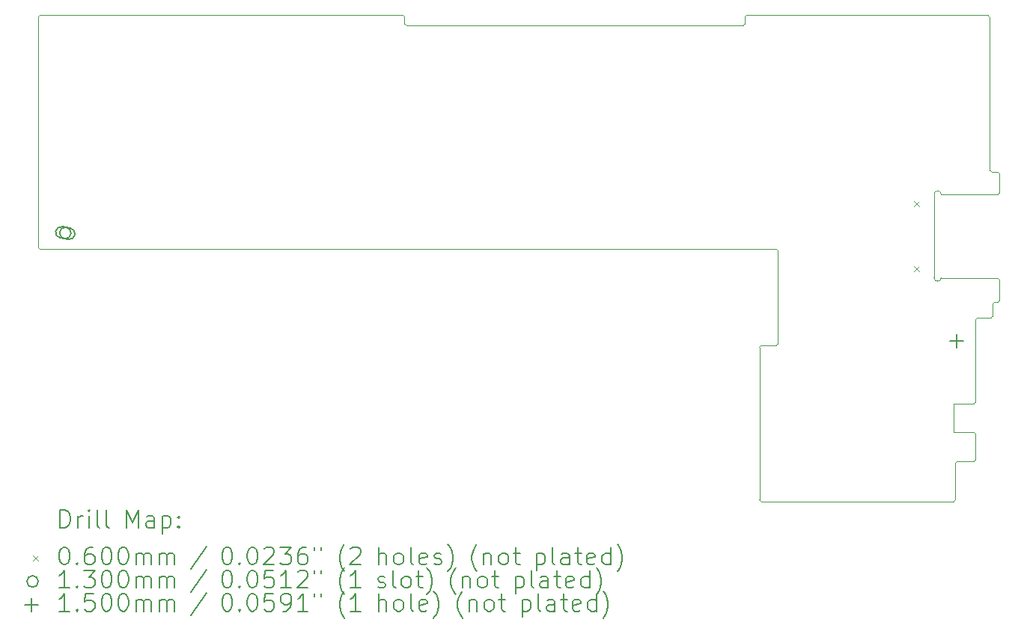
<source format=gbr>
%TF.GenerationSoftware,KiCad,Pcbnew,(7.0.0)*%
%TF.CreationDate,2023-03-12T01:47:21+01:00*%
%TF.ProjectId,g&w,6726772e-6b69-4636-9164-5f7063625858,rev?*%
%TF.SameCoordinates,Original*%
%TF.FileFunction,Drillmap*%
%TF.FilePolarity,Positive*%
%FSLAX45Y45*%
G04 Gerber Fmt 4.5, Leading zero omitted, Abs format (unit mm)*
G04 Created by KiCad (PCBNEW (7.0.0)) date 2023-03-12 01:47:21*
%MOMM*%
%LPD*%
G01*
G04 APERTURE LIST*
%ADD10C,0.050000*%
%ADD11C,0.200000*%
%ADD12C,0.060000*%
%ADD13C,0.130000*%
%ADD14C,0.150000*%
G04 APERTURE END LIST*
D10*
X17685000Y-7925000D02*
G75*
G03*
X17665000Y-7945000I0J-20000D01*
G01*
X20435000Y-7945000D02*
G75*
G03*
X20415000Y-7925000I-20000J0D01*
G01*
X20435000Y-9680000D02*
G75*
G03*
X20455000Y-9700000I20000J0D01*
G01*
X20545000Y-9720000D02*
G75*
G03*
X20525000Y-9700000I-20000J0D01*
G01*
X20525000Y-9953000D02*
G75*
G03*
X20545000Y-9933000I0J20000D01*
G01*
X20545000Y-10917000D02*
G75*
G03*
X20525000Y-10897000I-20000J0D01*
G01*
X20525000Y-11175000D02*
G75*
G03*
X20545000Y-11155000I0J20000D01*
G01*
X20445000Y-11350000D02*
G75*
G03*
X20465000Y-11330000I0J20000D01*
G01*
X20485000Y-11175000D02*
G75*
G03*
X20465000Y-11195000I0J-20000D01*
G01*
X20295000Y-11350000D02*
G75*
G03*
X20275000Y-11370000I0J-20000D01*
G01*
X20255000Y-12325000D02*
G75*
G03*
X20275000Y-12305000I0J20000D01*
G01*
X20275000Y-12665000D02*
G75*
G03*
X20255000Y-12645000I-20000J0D01*
G01*
X20255000Y-12975000D02*
G75*
G03*
X20275000Y-12955000I0J20000D01*
G01*
X20065000Y-12975000D02*
G75*
G03*
X20045000Y-12995000I0J-20000D01*
G01*
X20025000Y-13430000D02*
G75*
G03*
X20045000Y-13410000I0J20000D01*
G01*
X17830000Y-13410000D02*
G75*
G03*
X17850000Y-13430000I20000J0D01*
G01*
X17850000Y-11665000D02*
G75*
G03*
X17830000Y-11685000I0J-20000D01*
G01*
X18020000Y-11665000D02*
G75*
G03*
X18040000Y-11645000I0J20000D01*
G01*
X18040000Y-10595000D02*
G75*
G03*
X18020000Y-10575000I-20000J0D01*
G01*
X9675000Y-10555000D02*
G75*
G03*
X9695000Y-10575000I20000J0D01*
G01*
X9695000Y-7925000D02*
G75*
G03*
X9675000Y-7945000I0J-20000D01*
G01*
X13815000Y-8020000D02*
G75*
G03*
X13835000Y-8040000I20000J0D01*
G01*
X13815000Y-7945000D02*
G75*
G03*
X13795000Y-7925000I-20000J0D01*
G01*
X19805000Y-10897000D02*
G75*
G03*
X19885000Y-10897000I40000J0D01*
G01*
X13815000Y-8020000D02*
X13815000Y-7945000D01*
X20025000Y-12325000D02*
X20255000Y-12325000D01*
X17645000Y-8040000D02*
G75*
G03*
X17665000Y-8020000I0J20000D01*
G01*
X20025000Y-12645000D02*
X20025000Y-12325000D01*
X20295000Y-11350000D02*
X20445000Y-11350000D01*
X17665000Y-7945000D02*
X17665000Y-8020000D01*
X20045000Y-13410000D02*
X20045000Y-12995000D01*
X20525000Y-9700000D02*
X20455000Y-9700000D01*
X20255000Y-12645000D02*
X20025000Y-12645000D01*
X9695000Y-10575000D02*
X18020000Y-10575000D01*
X17645000Y-8040000D02*
X13835000Y-8040000D01*
X13795000Y-7925000D02*
X9695000Y-7925000D01*
X20465000Y-11330000D02*
X20465000Y-11195000D01*
X17830000Y-11685000D02*
X17830000Y-13410000D01*
X20415000Y-7925000D02*
X17685000Y-7925000D01*
X20435000Y-9680000D02*
X20435000Y-7945000D01*
X17850000Y-13430000D02*
X20025000Y-13430000D01*
X20275000Y-12305000D02*
X20275000Y-11370000D01*
X9675000Y-7945000D02*
X9675000Y-10555000D01*
X20525000Y-10897000D02*
X19885000Y-10897000D01*
X20275000Y-12955000D02*
X20275000Y-12665000D01*
X19885000Y-9953000D02*
X20525000Y-9953000D01*
X19805000Y-10897000D02*
X19805000Y-9953000D01*
X20485000Y-11175000D02*
X20525000Y-11175000D01*
X18020000Y-11665000D02*
X17850000Y-11665000D01*
X18040000Y-10595000D02*
X18040000Y-11645000D01*
X19885000Y-9953000D02*
G75*
G03*
X19805000Y-9953000I-40000J0D01*
G01*
X20065000Y-12975000D02*
X20255000Y-12975000D01*
X20545000Y-9933000D02*
X20545000Y-9720000D01*
X20545000Y-11155000D02*
X20545000Y-10917000D01*
D11*
D12*
X19575000Y-10027500D02*
X19635000Y-10087500D01*
X19635000Y-10027500D02*
X19575000Y-10087500D01*
X19575000Y-10762500D02*
X19635000Y-10822500D01*
X19635000Y-10762500D02*
X19575000Y-10822500D01*
D13*
X10042500Y-10390000D02*
G75*
G03*
X10042500Y-10390000I-65000J0D01*
G01*
D11*
X9921897Y-10446198D02*
X10010529Y-10461827D01*
X10010529Y-10461827D02*
G75*
G03*
X10033103Y-10333802I11287J64013D01*
G01*
X10033104Y-10333802D02*
X9944471Y-10318173D01*
X9944471Y-10318173D02*
G75*
G03*
X9921897Y-10446198I-11287J-64013D01*
G01*
D14*
X20060000Y-11540000D02*
X20060000Y-11690000D01*
X19985000Y-11615000D02*
X20135000Y-11615000D01*
D11*
X9920119Y-13725976D02*
X9920119Y-13525976D01*
X9920119Y-13525976D02*
X9967738Y-13525976D01*
X9967738Y-13525976D02*
X9996310Y-13535500D01*
X9996310Y-13535500D02*
X10015357Y-13554548D01*
X10015357Y-13554548D02*
X10024881Y-13573595D01*
X10024881Y-13573595D02*
X10034405Y-13611690D01*
X10034405Y-13611690D02*
X10034405Y-13640262D01*
X10034405Y-13640262D02*
X10024881Y-13678357D01*
X10024881Y-13678357D02*
X10015357Y-13697405D01*
X10015357Y-13697405D02*
X9996310Y-13716452D01*
X9996310Y-13716452D02*
X9967738Y-13725976D01*
X9967738Y-13725976D02*
X9920119Y-13725976D01*
X10120119Y-13725976D02*
X10120119Y-13592643D01*
X10120119Y-13630738D02*
X10129643Y-13611690D01*
X10129643Y-13611690D02*
X10139167Y-13602167D01*
X10139167Y-13602167D02*
X10158214Y-13592643D01*
X10158214Y-13592643D02*
X10177262Y-13592643D01*
X10243929Y-13725976D02*
X10243929Y-13592643D01*
X10243929Y-13525976D02*
X10234405Y-13535500D01*
X10234405Y-13535500D02*
X10243929Y-13545024D01*
X10243929Y-13545024D02*
X10253452Y-13535500D01*
X10253452Y-13535500D02*
X10243929Y-13525976D01*
X10243929Y-13525976D02*
X10243929Y-13545024D01*
X10367738Y-13725976D02*
X10348690Y-13716452D01*
X10348690Y-13716452D02*
X10339167Y-13697405D01*
X10339167Y-13697405D02*
X10339167Y-13525976D01*
X10472500Y-13725976D02*
X10453452Y-13716452D01*
X10453452Y-13716452D02*
X10443929Y-13697405D01*
X10443929Y-13697405D02*
X10443929Y-13525976D01*
X10668690Y-13725976D02*
X10668690Y-13525976D01*
X10668690Y-13525976D02*
X10735357Y-13668833D01*
X10735357Y-13668833D02*
X10802024Y-13525976D01*
X10802024Y-13525976D02*
X10802024Y-13725976D01*
X10982976Y-13725976D02*
X10982976Y-13621214D01*
X10982976Y-13621214D02*
X10973452Y-13602167D01*
X10973452Y-13602167D02*
X10954405Y-13592643D01*
X10954405Y-13592643D02*
X10916309Y-13592643D01*
X10916309Y-13592643D02*
X10897262Y-13602167D01*
X10982976Y-13716452D02*
X10963929Y-13725976D01*
X10963929Y-13725976D02*
X10916309Y-13725976D01*
X10916309Y-13725976D02*
X10897262Y-13716452D01*
X10897262Y-13716452D02*
X10887738Y-13697405D01*
X10887738Y-13697405D02*
X10887738Y-13678357D01*
X10887738Y-13678357D02*
X10897262Y-13659309D01*
X10897262Y-13659309D02*
X10916309Y-13649786D01*
X10916309Y-13649786D02*
X10963929Y-13649786D01*
X10963929Y-13649786D02*
X10982976Y-13640262D01*
X11078214Y-13592643D02*
X11078214Y-13792643D01*
X11078214Y-13602167D02*
X11097262Y-13592643D01*
X11097262Y-13592643D02*
X11135357Y-13592643D01*
X11135357Y-13592643D02*
X11154405Y-13602167D01*
X11154405Y-13602167D02*
X11163929Y-13611690D01*
X11163929Y-13611690D02*
X11173452Y-13630738D01*
X11173452Y-13630738D02*
X11173452Y-13687881D01*
X11173452Y-13687881D02*
X11163929Y-13706928D01*
X11163929Y-13706928D02*
X11154405Y-13716452D01*
X11154405Y-13716452D02*
X11135357Y-13725976D01*
X11135357Y-13725976D02*
X11097262Y-13725976D01*
X11097262Y-13725976D02*
X11078214Y-13716452D01*
X11259167Y-13706928D02*
X11268690Y-13716452D01*
X11268690Y-13716452D02*
X11259167Y-13725976D01*
X11259167Y-13725976D02*
X11249643Y-13716452D01*
X11249643Y-13716452D02*
X11259167Y-13706928D01*
X11259167Y-13706928D02*
X11259167Y-13725976D01*
X11259167Y-13602167D02*
X11268690Y-13611690D01*
X11268690Y-13611690D02*
X11259167Y-13621214D01*
X11259167Y-13621214D02*
X11249643Y-13611690D01*
X11249643Y-13611690D02*
X11259167Y-13602167D01*
X11259167Y-13602167D02*
X11259167Y-13621214D01*
D12*
X9612500Y-14042500D02*
X9672500Y-14102500D01*
X9672500Y-14042500D02*
X9612500Y-14102500D01*
D11*
X9958214Y-13945976D02*
X9977262Y-13945976D01*
X9977262Y-13945976D02*
X9996310Y-13955500D01*
X9996310Y-13955500D02*
X10005833Y-13965024D01*
X10005833Y-13965024D02*
X10015357Y-13984071D01*
X10015357Y-13984071D02*
X10024881Y-14022167D01*
X10024881Y-14022167D02*
X10024881Y-14069786D01*
X10024881Y-14069786D02*
X10015357Y-14107881D01*
X10015357Y-14107881D02*
X10005833Y-14126928D01*
X10005833Y-14126928D02*
X9996310Y-14136452D01*
X9996310Y-14136452D02*
X9977262Y-14145976D01*
X9977262Y-14145976D02*
X9958214Y-14145976D01*
X9958214Y-14145976D02*
X9939167Y-14136452D01*
X9939167Y-14136452D02*
X9929643Y-14126928D01*
X9929643Y-14126928D02*
X9920119Y-14107881D01*
X9920119Y-14107881D02*
X9910595Y-14069786D01*
X9910595Y-14069786D02*
X9910595Y-14022167D01*
X9910595Y-14022167D02*
X9920119Y-13984071D01*
X9920119Y-13984071D02*
X9929643Y-13965024D01*
X9929643Y-13965024D02*
X9939167Y-13955500D01*
X9939167Y-13955500D02*
X9958214Y-13945976D01*
X10110595Y-14126928D02*
X10120119Y-14136452D01*
X10120119Y-14136452D02*
X10110595Y-14145976D01*
X10110595Y-14145976D02*
X10101071Y-14136452D01*
X10101071Y-14136452D02*
X10110595Y-14126928D01*
X10110595Y-14126928D02*
X10110595Y-14145976D01*
X10291548Y-13945976D02*
X10253452Y-13945976D01*
X10253452Y-13945976D02*
X10234405Y-13955500D01*
X10234405Y-13955500D02*
X10224881Y-13965024D01*
X10224881Y-13965024D02*
X10205833Y-13993595D01*
X10205833Y-13993595D02*
X10196310Y-14031690D01*
X10196310Y-14031690D02*
X10196310Y-14107881D01*
X10196310Y-14107881D02*
X10205833Y-14126928D01*
X10205833Y-14126928D02*
X10215357Y-14136452D01*
X10215357Y-14136452D02*
X10234405Y-14145976D01*
X10234405Y-14145976D02*
X10272500Y-14145976D01*
X10272500Y-14145976D02*
X10291548Y-14136452D01*
X10291548Y-14136452D02*
X10301071Y-14126928D01*
X10301071Y-14126928D02*
X10310595Y-14107881D01*
X10310595Y-14107881D02*
X10310595Y-14060262D01*
X10310595Y-14060262D02*
X10301071Y-14041214D01*
X10301071Y-14041214D02*
X10291548Y-14031690D01*
X10291548Y-14031690D02*
X10272500Y-14022167D01*
X10272500Y-14022167D02*
X10234405Y-14022167D01*
X10234405Y-14022167D02*
X10215357Y-14031690D01*
X10215357Y-14031690D02*
X10205833Y-14041214D01*
X10205833Y-14041214D02*
X10196310Y-14060262D01*
X10434405Y-13945976D02*
X10453452Y-13945976D01*
X10453452Y-13945976D02*
X10472500Y-13955500D01*
X10472500Y-13955500D02*
X10482024Y-13965024D01*
X10482024Y-13965024D02*
X10491548Y-13984071D01*
X10491548Y-13984071D02*
X10501071Y-14022167D01*
X10501071Y-14022167D02*
X10501071Y-14069786D01*
X10501071Y-14069786D02*
X10491548Y-14107881D01*
X10491548Y-14107881D02*
X10482024Y-14126928D01*
X10482024Y-14126928D02*
X10472500Y-14136452D01*
X10472500Y-14136452D02*
X10453452Y-14145976D01*
X10453452Y-14145976D02*
X10434405Y-14145976D01*
X10434405Y-14145976D02*
X10415357Y-14136452D01*
X10415357Y-14136452D02*
X10405833Y-14126928D01*
X10405833Y-14126928D02*
X10396310Y-14107881D01*
X10396310Y-14107881D02*
X10386786Y-14069786D01*
X10386786Y-14069786D02*
X10386786Y-14022167D01*
X10386786Y-14022167D02*
X10396310Y-13984071D01*
X10396310Y-13984071D02*
X10405833Y-13965024D01*
X10405833Y-13965024D02*
X10415357Y-13955500D01*
X10415357Y-13955500D02*
X10434405Y-13945976D01*
X10624881Y-13945976D02*
X10643929Y-13945976D01*
X10643929Y-13945976D02*
X10662976Y-13955500D01*
X10662976Y-13955500D02*
X10672500Y-13965024D01*
X10672500Y-13965024D02*
X10682024Y-13984071D01*
X10682024Y-13984071D02*
X10691548Y-14022167D01*
X10691548Y-14022167D02*
X10691548Y-14069786D01*
X10691548Y-14069786D02*
X10682024Y-14107881D01*
X10682024Y-14107881D02*
X10672500Y-14126928D01*
X10672500Y-14126928D02*
X10662976Y-14136452D01*
X10662976Y-14136452D02*
X10643929Y-14145976D01*
X10643929Y-14145976D02*
X10624881Y-14145976D01*
X10624881Y-14145976D02*
X10605833Y-14136452D01*
X10605833Y-14136452D02*
X10596310Y-14126928D01*
X10596310Y-14126928D02*
X10586786Y-14107881D01*
X10586786Y-14107881D02*
X10577262Y-14069786D01*
X10577262Y-14069786D02*
X10577262Y-14022167D01*
X10577262Y-14022167D02*
X10586786Y-13984071D01*
X10586786Y-13984071D02*
X10596310Y-13965024D01*
X10596310Y-13965024D02*
X10605833Y-13955500D01*
X10605833Y-13955500D02*
X10624881Y-13945976D01*
X10777262Y-14145976D02*
X10777262Y-14012643D01*
X10777262Y-14031690D02*
X10786786Y-14022167D01*
X10786786Y-14022167D02*
X10805833Y-14012643D01*
X10805833Y-14012643D02*
X10834405Y-14012643D01*
X10834405Y-14012643D02*
X10853452Y-14022167D01*
X10853452Y-14022167D02*
X10862976Y-14041214D01*
X10862976Y-14041214D02*
X10862976Y-14145976D01*
X10862976Y-14041214D02*
X10872500Y-14022167D01*
X10872500Y-14022167D02*
X10891548Y-14012643D01*
X10891548Y-14012643D02*
X10920119Y-14012643D01*
X10920119Y-14012643D02*
X10939167Y-14022167D01*
X10939167Y-14022167D02*
X10948691Y-14041214D01*
X10948691Y-14041214D02*
X10948691Y-14145976D01*
X11043929Y-14145976D02*
X11043929Y-14012643D01*
X11043929Y-14031690D02*
X11053452Y-14022167D01*
X11053452Y-14022167D02*
X11072500Y-14012643D01*
X11072500Y-14012643D02*
X11101072Y-14012643D01*
X11101072Y-14012643D02*
X11120119Y-14022167D01*
X11120119Y-14022167D02*
X11129643Y-14041214D01*
X11129643Y-14041214D02*
X11129643Y-14145976D01*
X11129643Y-14041214D02*
X11139167Y-14022167D01*
X11139167Y-14022167D02*
X11158214Y-14012643D01*
X11158214Y-14012643D02*
X11186786Y-14012643D01*
X11186786Y-14012643D02*
X11205833Y-14022167D01*
X11205833Y-14022167D02*
X11215357Y-14041214D01*
X11215357Y-14041214D02*
X11215357Y-14145976D01*
X11573452Y-13936452D02*
X11402024Y-14193595D01*
X11798214Y-13945976D02*
X11817262Y-13945976D01*
X11817262Y-13945976D02*
X11836310Y-13955500D01*
X11836310Y-13955500D02*
X11845833Y-13965024D01*
X11845833Y-13965024D02*
X11855357Y-13984071D01*
X11855357Y-13984071D02*
X11864881Y-14022167D01*
X11864881Y-14022167D02*
X11864881Y-14069786D01*
X11864881Y-14069786D02*
X11855357Y-14107881D01*
X11855357Y-14107881D02*
X11845833Y-14126928D01*
X11845833Y-14126928D02*
X11836310Y-14136452D01*
X11836310Y-14136452D02*
X11817262Y-14145976D01*
X11817262Y-14145976D02*
X11798214Y-14145976D01*
X11798214Y-14145976D02*
X11779167Y-14136452D01*
X11779167Y-14136452D02*
X11769643Y-14126928D01*
X11769643Y-14126928D02*
X11760119Y-14107881D01*
X11760119Y-14107881D02*
X11750595Y-14069786D01*
X11750595Y-14069786D02*
X11750595Y-14022167D01*
X11750595Y-14022167D02*
X11760119Y-13984071D01*
X11760119Y-13984071D02*
X11769643Y-13965024D01*
X11769643Y-13965024D02*
X11779167Y-13955500D01*
X11779167Y-13955500D02*
X11798214Y-13945976D01*
X11950595Y-14126928D02*
X11960119Y-14136452D01*
X11960119Y-14136452D02*
X11950595Y-14145976D01*
X11950595Y-14145976D02*
X11941071Y-14136452D01*
X11941071Y-14136452D02*
X11950595Y-14126928D01*
X11950595Y-14126928D02*
X11950595Y-14145976D01*
X12083929Y-13945976D02*
X12102976Y-13945976D01*
X12102976Y-13945976D02*
X12122024Y-13955500D01*
X12122024Y-13955500D02*
X12131548Y-13965024D01*
X12131548Y-13965024D02*
X12141071Y-13984071D01*
X12141071Y-13984071D02*
X12150595Y-14022167D01*
X12150595Y-14022167D02*
X12150595Y-14069786D01*
X12150595Y-14069786D02*
X12141071Y-14107881D01*
X12141071Y-14107881D02*
X12131548Y-14126928D01*
X12131548Y-14126928D02*
X12122024Y-14136452D01*
X12122024Y-14136452D02*
X12102976Y-14145976D01*
X12102976Y-14145976D02*
X12083929Y-14145976D01*
X12083929Y-14145976D02*
X12064881Y-14136452D01*
X12064881Y-14136452D02*
X12055357Y-14126928D01*
X12055357Y-14126928D02*
X12045833Y-14107881D01*
X12045833Y-14107881D02*
X12036310Y-14069786D01*
X12036310Y-14069786D02*
X12036310Y-14022167D01*
X12036310Y-14022167D02*
X12045833Y-13984071D01*
X12045833Y-13984071D02*
X12055357Y-13965024D01*
X12055357Y-13965024D02*
X12064881Y-13955500D01*
X12064881Y-13955500D02*
X12083929Y-13945976D01*
X12226786Y-13965024D02*
X12236310Y-13955500D01*
X12236310Y-13955500D02*
X12255357Y-13945976D01*
X12255357Y-13945976D02*
X12302976Y-13945976D01*
X12302976Y-13945976D02*
X12322024Y-13955500D01*
X12322024Y-13955500D02*
X12331548Y-13965024D01*
X12331548Y-13965024D02*
X12341071Y-13984071D01*
X12341071Y-13984071D02*
X12341071Y-14003119D01*
X12341071Y-14003119D02*
X12331548Y-14031690D01*
X12331548Y-14031690D02*
X12217262Y-14145976D01*
X12217262Y-14145976D02*
X12341071Y-14145976D01*
X12407738Y-13945976D02*
X12531548Y-13945976D01*
X12531548Y-13945976D02*
X12464881Y-14022167D01*
X12464881Y-14022167D02*
X12493452Y-14022167D01*
X12493452Y-14022167D02*
X12512500Y-14031690D01*
X12512500Y-14031690D02*
X12522024Y-14041214D01*
X12522024Y-14041214D02*
X12531548Y-14060262D01*
X12531548Y-14060262D02*
X12531548Y-14107881D01*
X12531548Y-14107881D02*
X12522024Y-14126928D01*
X12522024Y-14126928D02*
X12512500Y-14136452D01*
X12512500Y-14136452D02*
X12493452Y-14145976D01*
X12493452Y-14145976D02*
X12436310Y-14145976D01*
X12436310Y-14145976D02*
X12417262Y-14136452D01*
X12417262Y-14136452D02*
X12407738Y-14126928D01*
X12702976Y-13945976D02*
X12664881Y-13945976D01*
X12664881Y-13945976D02*
X12645833Y-13955500D01*
X12645833Y-13955500D02*
X12636310Y-13965024D01*
X12636310Y-13965024D02*
X12617262Y-13993595D01*
X12617262Y-13993595D02*
X12607738Y-14031690D01*
X12607738Y-14031690D02*
X12607738Y-14107881D01*
X12607738Y-14107881D02*
X12617262Y-14126928D01*
X12617262Y-14126928D02*
X12626786Y-14136452D01*
X12626786Y-14136452D02*
X12645833Y-14145976D01*
X12645833Y-14145976D02*
X12683929Y-14145976D01*
X12683929Y-14145976D02*
X12702976Y-14136452D01*
X12702976Y-14136452D02*
X12712500Y-14126928D01*
X12712500Y-14126928D02*
X12722024Y-14107881D01*
X12722024Y-14107881D02*
X12722024Y-14060262D01*
X12722024Y-14060262D02*
X12712500Y-14041214D01*
X12712500Y-14041214D02*
X12702976Y-14031690D01*
X12702976Y-14031690D02*
X12683929Y-14022167D01*
X12683929Y-14022167D02*
X12645833Y-14022167D01*
X12645833Y-14022167D02*
X12626786Y-14031690D01*
X12626786Y-14031690D02*
X12617262Y-14041214D01*
X12617262Y-14041214D02*
X12607738Y-14060262D01*
X12798214Y-13945976D02*
X12798214Y-13984071D01*
X12874405Y-13945976D02*
X12874405Y-13984071D01*
X13137262Y-14222167D02*
X13127738Y-14212643D01*
X13127738Y-14212643D02*
X13108691Y-14184071D01*
X13108691Y-14184071D02*
X13099167Y-14165024D01*
X13099167Y-14165024D02*
X13089643Y-14136452D01*
X13089643Y-14136452D02*
X13080119Y-14088833D01*
X13080119Y-14088833D02*
X13080119Y-14050738D01*
X13080119Y-14050738D02*
X13089643Y-14003119D01*
X13089643Y-14003119D02*
X13099167Y-13974548D01*
X13099167Y-13974548D02*
X13108691Y-13955500D01*
X13108691Y-13955500D02*
X13127738Y-13926928D01*
X13127738Y-13926928D02*
X13137262Y-13917405D01*
X13203929Y-13965024D02*
X13213452Y-13955500D01*
X13213452Y-13955500D02*
X13232500Y-13945976D01*
X13232500Y-13945976D02*
X13280119Y-13945976D01*
X13280119Y-13945976D02*
X13299167Y-13955500D01*
X13299167Y-13955500D02*
X13308691Y-13965024D01*
X13308691Y-13965024D02*
X13318214Y-13984071D01*
X13318214Y-13984071D02*
X13318214Y-14003119D01*
X13318214Y-14003119D02*
X13308691Y-14031690D01*
X13308691Y-14031690D02*
X13194405Y-14145976D01*
X13194405Y-14145976D02*
X13318214Y-14145976D01*
X13523929Y-14145976D02*
X13523929Y-13945976D01*
X13609643Y-14145976D02*
X13609643Y-14041214D01*
X13609643Y-14041214D02*
X13600119Y-14022167D01*
X13600119Y-14022167D02*
X13581072Y-14012643D01*
X13581072Y-14012643D02*
X13552500Y-14012643D01*
X13552500Y-14012643D02*
X13533452Y-14022167D01*
X13533452Y-14022167D02*
X13523929Y-14031690D01*
X13733452Y-14145976D02*
X13714405Y-14136452D01*
X13714405Y-14136452D02*
X13704881Y-14126928D01*
X13704881Y-14126928D02*
X13695357Y-14107881D01*
X13695357Y-14107881D02*
X13695357Y-14050738D01*
X13695357Y-14050738D02*
X13704881Y-14031690D01*
X13704881Y-14031690D02*
X13714405Y-14022167D01*
X13714405Y-14022167D02*
X13733452Y-14012643D01*
X13733452Y-14012643D02*
X13762024Y-14012643D01*
X13762024Y-14012643D02*
X13781072Y-14022167D01*
X13781072Y-14022167D02*
X13790595Y-14031690D01*
X13790595Y-14031690D02*
X13800119Y-14050738D01*
X13800119Y-14050738D02*
X13800119Y-14107881D01*
X13800119Y-14107881D02*
X13790595Y-14126928D01*
X13790595Y-14126928D02*
X13781072Y-14136452D01*
X13781072Y-14136452D02*
X13762024Y-14145976D01*
X13762024Y-14145976D02*
X13733452Y-14145976D01*
X13914405Y-14145976D02*
X13895357Y-14136452D01*
X13895357Y-14136452D02*
X13885833Y-14117405D01*
X13885833Y-14117405D02*
X13885833Y-13945976D01*
X14066786Y-14136452D02*
X14047738Y-14145976D01*
X14047738Y-14145976D02*
X14009643Y-14145976D01*
X14009643Y-14145976D02*
X13990595Y-14136452D01*
X13990595Y-14136452D02*
X13981072Y-14117405D01*
X13981072Y-14117405D02*
X13981072Y-14041214D01*
X13981072Y-14041214D02*
X13990595Y-14022167D01*
X13990595Y-14022167D02*
X14009643Y-14012643D01*
X14009643Y-14012643D02*
X14047738Y-14012643D01*
X14047738Y-14012643D02*
X14066786Y-14022167D01*
X14066786Y-14022167D02*
X14076310Y-14041214D01*
X14076310Y-14041214D02*
X14076310Y-14060262D01*
X14076310Y-14060262D02*
X13981072Y-14079309D01*
X14152500Y-14136452D02*
X14171548Y-14145976D01*
X14171548Y-14145976D02*
X14209643Y-14145976D01*
X14209643Y-14145976D02*
X14228691Y-14136452D01*
X14228691Y-14136452D02*
X14238214Y-14117405D01*
X14238214Y-14117405D02*
X14238214Y-14107881D01*
X14238214Y-14107881D02*
X14228691Y-14088833D01*
X14228691Y-14088833D02*
X14209643Y-14079309D01*
X14209643Y-14079309D02*
X14181072Y-14079309D01*
X14181072Y-14079309D02*
X14162024Y-14069786D01*
X14162024Y-14069786D02*
X14152500Y-14050738D01*
X14152500Y-14050738D02*
X14152500Y-14041214D01*
X14152500Y-14041214D02*
X14162024Y-14022167D01*
X14162024Y-14022167D02*
X14181072Y-14012643D01*
X14181072Y-14012643D02*
X14209643Y-14012643D01*
X14209643Y-14012643D02*
X14228691Y-14022167D01*
X14304881Y-14222167D02*
X14314405Y-14212643D01*
X14314405Y-14212643D02*
X14333453Y-14184071D01*
X14333453Y-14184071D02*
X14342976Y-14165024D01*
X14342976Y-14165024D02*
X14352500Y-14136452D01*
X14352500Y-14136452D02*
X14362024Y-14088833D01*
X14362024Y-14088833D02*
X14362024Y-14050738D01*
X14362024Y-14050738D02*
X14352500Y-14003119D01*
X14352500Y-14003119D02*
X14342976Y-13974548D01*
X14342976Y-13974548D02*
X14333453Y-13955500D01*
X14333453Y-13955500D02*
X14314405Y-13926928D01*
X14314405Y-13926928D02*
X14304881Y-13917405D01*
X14634405Y-14222167D02*
X14624881Y-14212643D01*
X14624881Y-14212643D02*
X14605833Y-14184071D01*
X14605833Y-14184071D02*
X14596310Y-14165024D01*
X14596310Y-14165024D02*
X14586786Y-14136452D01*
X14586786Y-14136452D02*
X14577262Y-14088833D01*
X14577262Y-14088833D02*
X14577262Y-14050738D01*
X14577262Y-14050738D02*
X14586786Y-14003119D01*
X14586786Y-14003119D02*
X14596310Y-13974548D01*
X14596310Y-13974548D02*
X14605833Y-13955500D01*
X14605833Y-13955500D02*
X14624881Y-13926928D01*
X14624881Y-13926928D02*
X14634405Y-13917405D01*
X14710595Y-14012643D02*
X14710595Y-14145976D01*
X14710595Y-14031690D02*
X14720119Y-14022167D01*
X14720119Y-14022167D02*
X14739167Y-14012643D01*
X14739167Y-14012643D02*
X14767738Y-14012643D01*
X14767738Y-14012643D02*
X14786786Y-14022167D01*
X14786786Y-14022167D02*
X14796310Y-14041214D01*
X14796310Y-14041214D02*
X14796310Y-14145976D01*
X14920119Y-14145976D02*
X14901072Y-14136452D01*
X14901072Y-14136452D02*
X14891548Y-14126928D01*
X14891548Y-14126928D02*
X14882024Y-14107881D01*
X14882024Y-14107881D02*
X14882024Y-14050738D01*
X14882024Y-14050738D02*
X14891548Y-14031690D01*
X14891548Y-14031690D02*
X14901072Y-14022167D01*
X14901072Y-14022167D02*
X14920119Y-14012643D01*
X14920119Y-14012643D02*
X14948691Y-14012643D01*
X14948691Y-14012643D02*
X14967738Y-14022167D01*
X14967738Y-14022167D02*
X14977262Y-14031690D01*
X14977262Y-14031690D02*
X14986786Y-14050738D01*
X14986786Y-14050738D02*
X14986786Y-14107881D01*
X14986786Y-14107881D02*
X14977262Y-14126928D01*
X14977262Y-14126928D02*
X14967738Y-14136452D01*
X14967738Y-14136452D02*
X14948691Y-14145976D01*
X14948691Y-14145976D02*
X14920119Y-14145976D01*
X15043929Y-14012643D02*
X15120119Y-14012643D01*
X15072500Y-13945976D02*
X15072500Y-14117405D01*
X15072500Y-14117405D02*
X15082024Y-14136452D01*
X15082024Y-14136452D02*
X15101072Y-14145976D01*
X15101072Y-14145976D02*
X15120119Y-14145976D01*
X15306786Y-14012643D02*
X15306786Y-14212643D01*
X15306786Y-14022167D02*
X15325833Y-14012643D01*
X15325833Y-14012643D02*
X15363929Y-14012643D01*
X15363929Y-14012643D02*
X15382976Y-14022167D01*
X15382976Y-14022167D02*
X15392500Y-14031690D01*
X15392500Y-14031690D02*
X15402024Y-14050738D01*
X15402024Y-14050738D02*
X15402024Y-14107881D01*
X15402024Y-14107881D02*
X15392500Y-14126928D01*
X15392500Y-14126928D02*
X15382976Y-14136452D01*
X15382976Y-14136452D02*
X15363929Y-14145976D01*
X15363929Y-14145976D02*
X15325833Y-14145976D01*
X15325833Y-14145976D02*
X15306786Y-14136452D01*
X15516310Y-14145976D02*
X15497262Y-14136452D01*
X15497262Y-14136452D02*
X15487738Y-14117405D01*
X15487738Y-14117405D02*
X15487738Y-13945976D01*
X15678214Y-14145976D02*
X15678214Y-14041214D01*
X15678214Y-14041214D02*
X15668691Y-14022167D01*
X15668691Y-14022167D02*
X15649643Y-14012643D01*
X15649643Y-14012643D02*
X15611548Y-14012643D01*
X15611548Y-14012643D02*
X15592500Y-14022167D01*
X15678214Y-14136452D02*
X15659167Y-14145976D01*
X15659167Y-14145976D02*
X15611548Y-14145976D01*
X15611548Y-14145976D02*
X15592500Y-14136452D01*
X15592500Y-14136452D02*
X15582976Y-14117405D01*
X15582976Y-14117405D02*
X15582976Y-14098357D01*
X15582976Y-14098357D02*
X15592500Y-14079309D01*
X15592500Y-14079309D02*
X15611548Y-14069786D01*
X15611548Y-14069786D02*
X15659167Y-14069786D01*
X15659167Y-14069786D02*
X15678214Y-14060262D01*
X15744881Y-14012643D02*
X15821072Y-14012643D01*
X15773453Y-13945976D02*
X15773453Y-14117405D01*
X15773453Y-14117405D02*
X15782976Y-14136452D01*
X15782976Y-14136452D02*
X15802024Y-14145976D01*
X15802024Y-14145976D02*
X15821072Y-14145976D01*
X15963929Y-14136452D02*
X15944881Y-14145976D01*
X15944881Y-14145976D02*
X15906786Y-14145976D01*
X15906786Y-14145976D02*
X15887738Y-14136452D01*
X15887738Y-14136452D02*
X15878214Y-14117405D01*
X15878214Y-14117405D02*
X15878214Y-14041214D01*
X15878214Y-14041214D02*
X15887738Y-14022167D01*
X15887738Y-14022167D02*
X15906786Y-14012643D01*
X15906786Y-14012643D02*
X15944881Y-14012643D01*
X15944881Y-14012643D02*
X15963929Y-14022167D01*
X15963929Y-14022167D02*
X15973453Y-14041214D01*
X15973453Y-14041214D02*
X15973453Y-14060262D01*
X15973453Y-14060262D02*
X15878214Y-14079309D01*
X16144881Y-14145976D02*
X16144881Y-13945976D01*
X16144881Y-14136452D02*
X16125834Y-14145976D01*
X16125834Y-14145976D02*
X16087738Y-14145976D01*
X16087738Y-14145976D02*
X16068691Y-14136452D01*
X16068691Y-14136452D02*
X16059167Y-14126928D01*
X16059167Y-14126928D02*
X16049643Y-14107881D01*
X16049643Y-14107881D02*
X16049643Y-14050738D01*
X16049643Y-14050738D02*
X16059167Y-14031690D01*
X16059167Y-14031690D02*
X16068691Y-14022167D01*
X16068691Y-14022167D02*
X16087738Y-14012643D01*
X16087738Y-14012643D02*
X16125834Y-14012643D01*
X16125834Y-14012643D02*
X16144881Y-14022167D01*
X16221072Y-14222167D02*
X16230595Y-14212643D01*
X16230595Y-14212643D02*
X16249643Y-14184071D01*
X16249643Y-14184071D02*
X16259167Y-14165024D01*
X16259167Y-14165024D02*
X16268691Y-14136452D01*
X16268691Y-14136452D02*
X16278214Y-14088833D01*
X16278214Y-14088833D02*
X16278214Y-14050738D01*
X16278214Y-14050738D02*
X16268691Y-14003119D01*
X16268691Y-14003119D02*
X16259167Y-13974548D01*
X16259167Y-13974548D02*
X16249643Y-13955500D01*
X16249643Y-13955500D02*
X16230595Y-13926928D01*
X16230595Y-13926928D02*
X16221072Y-13917405D01*
D13*
X9672500Y-14336500D02*
G75*
G03*
X9672500Y-14336500I-65000J0D01*
G01*
D11*
X10024881Y-14409976D02*
X9910595Y-14409976D01*
X9967738Y-14409976D02*
X9967738Y-14209976D01*
X9967738Y-14209976D02*
X9948690Y-14238548D01*
X9948690Y-14238548D02*
X9929643Y-14257595D01*
X9929643Y-14257595D02*
X9910595Y-14267119D01*
X10110595Y-14390928D02*
X10120119Y-14400452D01*
X10120119Y-14400452D02*
X10110595Y-14409976D01*
X10110595Y-14409976D02*
X10101071Y-14400452D01*
X10101071Y-14400452D02*
X10110595Y-14390928D01*
X10110595Y-14390928D02*
X10110595Y-14409976D01*
X10186786Y-14209976D02*
X10310595Y-14209976D01*
X10310595Y-14209976D02*
X10243929Y-14286167D01*
X10243929Y-14286167D02*
X10272500Y-14286167D01*
X10272500Y-14286167D02*
X10291548Y-14295690D01*
X10291548Y-14295690D02*
X10301071Y-14305214D01*
X10301071Y-14305214D02*
X10310595Y-14324262D01*
X10310595Y-14324262D02*
X10310595Y-14371881D01*
X10310595Y-14371881D02*
X10301071Y-14390928D01*
X10301071Y-14390928D02*
X10291548Y-14400452D01*
X10291548Y-14400452D02*
X10272500Y-14409976D01*
X10272500Y-14409976D02*
X10215357Y-14409976D01*
X10215357Y-14409976D02*
X10196310Y-14400452D01*
X10196310Y-14400452D02*
X10186786Y-14390928D01*
X10434405Y-14209976D02*
X10453452Y-14209976D01*
X10453452Y-14209976D02*
X10472500Y-14219500D01*
X10472500Y-14219500D02*
X10482024Y-14229024D01*
X10482024Y-14229024D02*
X10491548Y-14248071D01*
X10491548Y-14248071D02*
X10501071Y-14286167D01*
X10501071Y-14286167D02*
X10501071Y-14333786D01*
X10501071Y-14333786D02*
X10491548Y-14371881D01*
X10491548Y-14371881D02*
X10482024Y-14390928D01*
X10482024Y-14390928D02*
X10472500Y-14400452D01*
X10472500Y-14400452D02*
X10453452Y-14409976D01*
X10453452Y-14409976D02*
X10434405Y-14409976D01*
X10434405Y-14409976D02*
X10415357Y-14400452D01*
X10415357Y-14400452D02*
X10405833Y-14390928D01*
X10405833Y-14390928D02*
X10396310Y-14371881D01*
X10396310Y-14371881D02*
X10386786Y-14333786D01*
X10386786Y-14333786D02*
X10386786Y-14286167D01*
X10386786Y-14286167D02*
X10396310Y-14248071D01*
X10396310Y-14248071D02*
X10405833Y-14229024D01*
X10405833Y-14229024D02*
X10415357Y-14219500D01*
X10415357Y-14219500D02*
X10434405Y-14209976D01*
X10624881Y-14209976D02*
X10643929Y-14209976D01*
X10643929Y-14209976D02*
X10662976Y-14219500D01*
X10662976Y-14219500D02*
X10672500Y-14229024D01*
X10672500Y-14229024D02*
X10682024Y-14248071D01*
X10682024Y-14248071D02*
X10691548Y-14286167D01*
X10691548Y-14286167D02*
X10691548Y-14333786D01*
X10691548Y-14333786D02*
X10682024Y-14371881D01*
X10682024Y-14371881D02*
X10672500Y-14390928D01*
X10672500Y-14390928D02*
X10662976Y-14400452D01*
X10662976Y-14400452D02*
X10643929Y-14409976D01*
X10643929Y-14409976D02*
X10624881Y-14409976D01*
X10624881Y-14409976D02*
X10605833Y-14400452D01*
X10605833Y-14400452D02*
X10596310Y-14390928D01*
X10596310Y-14390928D02*
X10586786Y-14371881D01*
X10586786Y-14371881D02*
X10577262Y-14333786D01*
X10577262Y-14333786D02*
X10577262Y-14286167D01*
X10577262Y-14286167D02*
X10586786Y-14248071D01*
X10586786Y-14248071D02*
X10596310Y-14229024D01*
X10596310Y-14229024D02*
X10605833Y-14219500D01*
X10605833Y-14219500D02*
X10624881Y-14209976D01*
X10777262Y-14409976D02*
X10777262Y-14276643D01*
X10777262Y-14295690D02*
X10786786Y-14286167D01*
X10786786Y-14286167D02*
X10805833Y-14276643D01*
X10805833Y-14276643D02*
X10834405Y-14276643D01*
X10834405Y-14276643D02*
X10853452Y-14286167D01*
X10853452Y-14286167D02*
X10862976Y-14305214D01*
X10862976Y-14305214D02*
X10862976Y-14409976D01*
X10862976Y-14305214D02*
X10872500Y-14286167D01*
X10872500Y-14286167D02*
X10891548Y-14276643D01*
X10891548Y-14276643D02*
X10920119Y-14276643D01*
X10920119Y-14276643D02*
X10939167Y-14286167D01*
X10939167Y-14286167D02*
X10948691Y-14305214D01*
X10948691Y-14305214D02*
X10948691Y-14409976D01*
X11043929Y-14409976D02*
X11043929Y-14276643D01*
X11043929Y-14295690D02*
X11053452Y-14286167D01*
X11053452Y-14286167D02*
X11072500Y-14276643D01*
X11072500Y-14276643D02*
X11101072Y-14276643D01*
X11101072Y-14276643D02*
X11120119Y-14286167D01*
X11120119Y-14286167D02*
X11129643Y-14305214D01*
X11129643Y-14305214D02*
X11129643Y-14409976D01*
X11129643Y-14305214D02*
X11139167Y-14286167D01*
X11139167Y-14286167D02*
X11158214Y-14276643D01*
X11158214Y-14276643D02*
X11186786Y-14276643D01*
X11186786Y-14276643D02*
X11205833Y-14286167D01*
X11205833Y-14286167D02*
X11215357Y-14305214D01*
X11215357Y-14305214D02*
X11215357Y-14409976D01*
X11573452Y-14200452D02*
X11402024Y-14457595D01*
X11798214Y-14209976D02*
X11817262Y-14209976D01*
X11817262Y-14209976D02*
X11836310Y-14219500D01*
X11836310Y-14219500D02*
X11845833Y-14229024D01*
X11845833Y-14229024D02*
X11855357Y-14248071D01*
X11855357Y-14248071D02*
X11864881Y-14286167D01*
X11864881Y-14286167D02*
X11864881Y-14333786D01*
X11864881Y-14333786D02*
X11855357Y-14371881D01*
X11855357Y-14371881D02*
X11845833Y-14390928D01*
X11845833Y-14390928D02*
X11836310Y-14400452D01*
X11836310Y-14400452D02*
X11817262Y-14409976D01*
X11817262Y-14409976D02*
X11798214Y-14409976D01*
X11798214Y-14409976D02*
X11779167Y-14400452D01*
X11779167Y-14400452D02*
X11769643Y-14390928D01*
X11769643Y-14390928D02*
X11760119Y-14371881D01*
X11760119Y-14371881D02*
X11750595Y-14333786D01*
X11750595Y-14333786D02*
X11750595Y-14286167D01*
X11750595Y-14286167D02*
X11760119Y-14248071D01*
X11760119Y-14248071D02*
X11769643Y-14229024D01*
X11769643Y-14229024D02*
X11779167Y-14219500D01*
X11779167Y-14219500D02*
X11798214Y-14209976D01*
X11950595Y-14390928D02*
X11960119Y-14400452D01*
X11960119Y-14400452D02*
X11950595Y-14409976D01*
X11950595Y-14409976D02*
X11941071Y-14400452D01*
X11941071Y-14400452D02*
X11950595Y-14390928D01*
X11950595Y-14390928D02*
X11950595Y-14409976D01*
X12083929Y-14209976D02*
X12102976Y-14209976D01*
X12102976Y-14209976D02*
X12122024Y-14219500D01*
X12122024Y-14219500D02*
X12131548Y-14229024D01*
X12131548Y-14229024D02*
X12141071Y-14248071D01*
X12141071Y-14248071D02*
X12150595Y-14286167D01*
X12150595Y-14286167D02*
X12150595Y-14333786D01*
X12150595Y-14333786D02*
X12141071Y-14371881D01*
X12141071Y-14371881D02*
X12131548Y-14390928D01*
X12131548Y-14390928D02*
X12122024Y-14400452D01*
X12122024Y-14400452D02*
X12102976Y-14409976D01*
X12102976Y-14409976D02*
X12083929Y-14409976D01*
X12083929Y-14409976D02*
X12064881Y-14400452D01*
X12064881Y-14400452D02*
X12055357Y-14390928D01*
X12055357Y-14390928D02*
X12045833Y-14371881D01*
X12045833Y-14371881D02*
X12036310Y-14333786D01*
X12036310Y-14333786D02*
X12036310Y-14286167D01*
X12036310Y-14286167D02*
X12045833Y-14248071D01*
X12045833Y-14248071D02*
X12055357Y-14229024D01*
X12055357Y-14229024D02*
X12064881Y-14219500D01*
X12064881Y-14219500D02*
X12083929Y-14209976D01*
X12331548Y-14209976D02*
X12236310Y-14209976D01*
X12236310Y-14209976D02*
X12226786Y-14305214D01*
X12226786Y-14305214D02*
X12236310Y-14295690D01*
X12236310Y-14295690D02*
X12255357Y-14286167D01*
X12255357Y-14286167D02*
X12302976Y-14286167D01*
X12302976Y-14286167D02*
X12322024Y-14295690D01*
X12322024Y-14295690D02*
X12331548Y-14305214D01*
X12331548Y-14305214D02*
X12341071Y-14324262D01*
X12341071Y-14324262D02*
X12341071Y-14371881D01*
X12341071Y-14371881D02*
X12331548Y-14390928D01*
X12331548Y-14390928D02*
X12322024Y-14400452D01*
X12322024Y-14400452D02*
X12302976Y-14409976D01*
X12302976Y-14409976D02*
X12255357Y-14409976D01*
X12255357Y-14409976D02*
X12236310Y-14400452D01*
X12236310Y-14400452D02*
X12226786Y-14390928D01*
X12531548Y-14409976D02*
X12417262Y-14409976D01*
X12474405Y-14409976D02*
X12474405Y-14209976D01*
X12474405Y-14209976D02*
X12455357Y-14238548D01*
X12455357Y-14238548D02*
X12436310Y-14257595D01*
X12436310Y-14257595D02*
X12417262Y-14267119D01*
X12607738Y-14229024D02*
X12617262Y-14219500D01*
X12617262Y-14219500D02*
X12636310Y-14209976D01*
X12636310Y-14209976D02*
X12683929Y-14209976D01*
X12683929Y-14209976D02*
X12702976Y-14219500D01*
X12702976Y-14219500D02*
X12712500Y-14229024D01*
X12712500Y-14229024D02*
X12722024Y-14248071D01*
X12722024Y-14248071D02*
X12722024Y-14267119D01*
X12722024Y-14267119D02*
X12712500Y-14295690D01*
X12712500Y-14295690D02*
X12598214Y-14409976D01*
X12598214Y-14409976D02*
X12722024Y-14409976D01*
X12798214Y-14209976D02*
X12798214Y-14248071D01*
X12874405Y-14209976D02*
X12874405Y-14248071D01*
X13137262Y-14486167D02*
X13127738Y-14476643D01*
X13127738Y-14476643D02*
X13108691Y-14448071D01*
X13108691Y-14448071D02*
X13099167Y-14429024D01*
X13099167Y-14429024D02*
X13089643Y-14400452D01*
X13089643Y-14400452D02*
X13080119Y-14352833D01*
X13080119Y-14352833D02*
X13080119Y-14314738D01*
X13080119Y-14314738D02*
X13089643Y-14267119D01*
X13089643Y-14267119D02*
X13099167Y-14238548D01*
X13099167Y-14238548D02*
X13108691Y-14219500D01*
X13108691Y-14219500D02*
X13127738Y-14190928D01*
X13127738Y-14190928D02*
X13137262Y-14181405D01*
X13318214Y-14409976D02*
X13203929Y-14409976D01*
X13261071Y-14409976D02*
X13261071Y-14209976D01*
X13261071Y-14209976D02*
X13242024Y-14238548D01*
X13242024Y-14238548D02*
X13222976Y-14257595D01*
X13222976Y-14257595D02*
X13203929Y-14267119D01*
X13514405Y-14400452D02*
X13533452Y-14409976D01*
X13533452Y-14409976D02*
X13571548Y-14409976D01*
X13571548Y-14409976D02*
X13590595Y-14400452D01*
X13590595Y-14400452D02*
X13600119Y-14381405D01*
X13600119Y-14381405D02*
X13600119Y-14371881D01*
X13600119Y-14371881D02*
X13590595Y-14352833D01*
X13590595Y-14352833D02*
X13571548Y-14343309D01*
X13571548Y-14343309D02*
X13542976Y-14343309D01*
X13542976Y-14343309D02*
X13523929Y-14333786D01*
X13523929Y-14333786D02*
X13514405Y-14314738D01*
X13514405Y-14314738D02*
X13514405Y-14305214D01*
X13514405Y-14305214D02*
X13523929Y-14286167D01*
X13523929Y-14286167D02*
X13542976Y-14276643D01*
X13542976Y-14276643D02*
X13571548Y-14276643D01*
X13571548Y-14276643D02*
X13590595Y-14286167D01*
X13714405Y-14409976D02*
X13695357Y-14400452D01*
X13695357Y-14400452D02*
X13685833Y-14381405D01*
X13685833Y-14381405D02*
X13685833Y-14209976D01*
X13819167Y-14409976D02*
X13800119Y-14400452D01*
X13800119Y-14400452D02*
X13790595Y-14390928D01*
X13790595Y-14390928D02*
X13781072Y-14371881D01*
X13781072Y-14371881D02*
X13781072Y-14314738D01*
X13781072Y-14314738D02*
X13790595Y-14295690D01*
X13790595Y-14295690D02*
X13800119Y-14286167D01*
X13800119Y-14286167D02*
X13819167Y-14276643D01*
X13819167Y-14276643D02*
X13847738Y-14276643D01*
X13847738Y-14276643D02*
X13866786Y-14286167D01*
X13866786Y-14286167D02*
X13876310Y-14295690D01*
X13876310Y-14295690D02*
X13885833Y-14314738D01*
X13885833Y-14314738D02*
X13885833Y-14371881D01*
X13885833Y-14371881D02*
X13876310Y-14390928D01*
X13876310Y-14390928D02*
X13866786Y-14400452D01*
X13866786Y-14400452D02*
X13847738Y-14409976D01*
X13847738Y-14409976D02*
X13819167Y-14409976D01*
X13942976Y-14276643D02*
X14019167Y-14276643D01*
X13971548Y-14209976D02*
X13971548Y-14381405D01*
X13971548Y-14381405D02*
X13981072Y-14400452D01*
X13981072Y-14400452D02*
X14000119Y-14409976D01*
X14000119Y-14409976D02*
X14019167Y-14409976D01*
X14066786Y-14486167D02*
X14076310Y-14476643D01*
X14076310Y-14476643D02*
X14095357Y-14448071D01*
X14095357Y-14448071D02*
X14104881Y-14429024D01*
X14104881Y-14429024D02*
X14114405Y-14400452D01*
X14114405Y-14400452D02*
X14123929Y-14352833D01*
X14123929Y-14352833D02*
X14123929Y-14314738D01*
X14123929Y-14314738D02*
X14114405Y-14267119D01*
X14114405Y-14267119D02*
X14104881Y-14238548D01*
X14104881Y-14238548D02*
X14095357Y-14219500D01*
X14095357Y-14219500D02*
X14076310Y-14190928D01*
X14076310Y-14190928D02*
X14066786Y-14181405D01*
X14396310Y-14486167D02*
X14386786Y-14476643D01*
X14386786Y-14476643D02*
X14367738Y-14448071D01*
X14367738Y-14448071D02*
X14358214Y-14429024D01*
X14358214Y-14429024D02*
X14348691Y-14400452D01*
X14348691Y-14400452D02*
X14339167Y-14352833D01*
X14339167Y-14352833D02*
X14339167Y-14314738D01*
X14339167Y-14314738D02*
X14348691Y-14267119D01*
X14348691Y-14267119D02*
X14358214Y-14238548D01*
X14358214Y-14238548D02*
X14367738Y-14219500D01*
X14367738Y-14219500D02*
X14386786Y-14190928D01*
X14386786Y-14190928D02*
X14396310Y-14181405D01*
X14472500Y-14276643D02*
X14472500Y-14409976D01*
X14472500Y-14295690D02*
X14482024Y-14286167D01*
X14482024Y-14286167D02*
X14501071Y-14276643D01*
X14501071Y-14276643D02*
X14529643Y-14276643D01*
X14529643Y-14276643D02*
X14548691Y-14286167D01*
X14548691Y-14286167D02*
X14558214Y-14305214D01*
X14558214Y-14305214D02*
X14558214Y-14409976D01*
X14682024Y-14409976D02*
X14662976Y-14400452D01*
X14662976Y-14400452D02*
X14653452Y-14390928D01*
X14653452Y-14390928D02*
X14643929Y-14371881D01*
X14643929Y-14371881D02*
X14643929Y-14314738D01*
X14643929Y-14314738D02*
X14653452Y-14295690D01*
X14653452Y-14295690D02*
X14662976Y-14286167D01*
X14662976Y-14286167D02*
X14682024Y-14276643D01*
X14682024Y-14276643D02*
X14710595Y-14276643D01*
X14710595Y-14276643D02*
X14729643Y-14286167D01*
X14729643Y-14286167D02*
X14739167Y-14295690D01*
X14739167Y-14295690D02*
X14748691Y-14314738D01*
X14748691Y-14314738D02*
X14748691Y-14371881D01*
X14748691Y-14371881D02*
X14739167Y-14390928D01*
X14739167Y-14390928D02*
X14729643Y-14400452D01*
X14729643Y-14400452D02*
X14710595Y-14409976D01*
X14710595Y-14409976D02*
X14682024Y-14409976D01*
X14805833Y-14276643D02*
X14882024Y-14276643D01*
X14834405Y-14209976D02*
X14834405Y-14381405D01*
X14834405Y-14381405D02*
X14843929Y-14400452D01*
X14843929Y-14400452D02*
X14862976Y-14409976D01*
X14862976Y-14409976D02*
X14882024Y-14409976D01*
X15068691Y-14276643D02*
X15068691Y-14476643D01*
X15068691Y-14286167D02*
X15087738Y-14276643D01*
X15087738Y-14276643D02*
X15125833Y-14276643D01*
X15125833Y-14276643D02*
X15144881Y-14286167D01*
X15144881Y-14286167D02*
X15154405Y-14295690D01*
X15154405Y-14295690D02*
X15163929Y-14314738D01*
X15163929Y-14314738D02*
X15163929Y-14371881D01*
X15163929Y-14371881D02*
X15154405Y-14390928D01*
X15154405Y-14390928D02*
X15144881Y-14400452D01*
X15144881Y-14400452D02*
X15125833Y-14409976D01*
X15125833Y-14409976D02*
X15087738Y-14409976D01*
X15087738Y-14409976D02*
X15068691Y-14400452D01*
X15278214Y-14409976D02*
X15259167Y-14400452D01*
X15259167Y-14400452D02*
X15249643Y-14381405D01*
X15249643Y-14381405D02*
X15249643Y-14209976D01*
X15440119Y-14409976D02*
X15440119Y-14305214D01*
X15440119Y-14305214D02*
X15430595Y-14286167D01*
X15430595Y-14286167D02*
X15411548Y-14276643D01*
X15411548Y-14276643D02*
X15373452Y-14276643D01*
X15373452Y-14276643D02*
X15354405Y-14286167D01*
X15440119Y-14400452D02*
X15421072Y-14409976D01*
X15421072Y-14409976D02*
X15373452Y-14409976D01*
X15373452Y-14409976D02*
X15354405Y-14400452D01*
X15354405Y-14400452D02*
X15344881Y-14381405D01*
X15344881Y-14381405D02*
X15344881Y-14362357D01*
X15344881Y-14362357D02*
X15354405Y-14343309D01*
X15354405Y-14343309D02*
X15373452Y-14333786D01*
X15373452Y-14333786D02*
X15421072Y-14333786D01*
X15421072Y-14333786D02*
X15440119Y-14324262D01*
X15506786Y-14276643D02*
X15582976Y-14276643D01*
X15535357Y-14209976D02*
X15535357Y-14381405D01*
X15535357Y-14381405D02*
X15544881Y-14400452D01*
X15544881Y-14400452D02*
X15563929Y-14409976D01*
X15563929Y-14409976D02*
X15582976Y-14409976D01*
X15725833Y-14400452D02*
X15706786Y-14409976D01*
X15706786Y-14409976D02*
X15668691Y-14409976D01*
X15668691Y-14409976D02*
X15649643Y-14400452D01*
X15649643Y-14400452D02*
X15640119Y-14381405D01*
X15640119Y-14381405D02*
X15640119Y-14305214D01*
X15640119Y-14305214D02*
X15649643Y-14286167D01*
X15649643Y-14286167D02*
X15668691Y-14276643D01*
X15668691Y-14276643D02*
X15706786Y-14276643D01*
X15706786Y-14276643D02*
X15725833Y-14286167D01*
X15725833Y-14286167D02*
X15735357Y-14305214D01*
X15735357Y-14305214D02*
X15735357Y-14324262D01*
X15735357Y-14324262D02*
X15640119Y-14343309D01*
X15906786Y-14409976D02*
X15906786Y-14209976D01*
X15906786Y-14400452D02*
X15887738Y-14409976D01*
X15887738Y-14409976D02*
X15849643Y-14409976D01*
X15849643Y-14409976D02*
X15830595Y-14400452D01*
X15830595Y-14400452D02*
X15821072Y-14390928D01*
X15821072Y-14390928D02*
X15811548Y-14371881D01*
X15811548Y-14371881D02*
X15811548Y-14314738D01*
X15811548Y-14314738D02*
X15821072Y-14295690D01*
X15821072Y-14295690D02*
X15830595Y-14286167D01*
X15830595Y-14286167D02*
X15849643Y-14276643D01*
X15849643Y-14276643D02*
X15887738Y-14276643D01*
X15887738Y-14276643D02*
X15906786Y-14286167D01*
X15982976Y-14486167D02*
X15992500Y-14476643D01*
X15992500Y-14476643D02*
X16011548Y-14448071D01*
X16011548Y-14448071D02*
X16021072Y-14429024D01*
X16021072Y-14429024D02*
X16030595Y-14400452D01*
X16030595Y-14400452D02*
X16040119Y-14352833D01*
X16040119Y-14352833D02*
X16040119Y-14314738D01*
X16040119Y-14314738D02*
X16030595Y-14267119D01*
X16030595Y-14267119D02*
X16021072Y-14238548D01*
X16021072Y-14238548D02*
X16011548Y-14219500D01*
X16011548Y-14219500D02*
X15992500Y-14190928D01*
X15992500Y-14190928D02*
X15982976Y-14181405D01*
D14*
X9597500Y-14525500D02*
X9597500Y-14675500D01*
X9522500Y-14600500D02*
X9672500Y-14600500D01*
D11*
X10024881Y-14673976D02*
X9910595Y-14673976D01*
X9967738Y-14673976D02*
X9967738Y-14473976D01*
X9967738Y-14473976D02*
X9948690Y-14502548D01*
X9948690Y-14502548D02*
X9929643Y-14521595D01*
X9929643Y-14521595D02*
X9910595Y-14531119D01*
X10110595Y-14654928D02*
X10120119Y-14664452D01*
X10120119Y-14664452D02*
X10110595Y-14673976D01*
X10110595Y-14673976D02*
X10101071Y-14664452D01*
X10101071Y-14664452D02*
X10110595Y-14654928D01*
X10110595Y-14654928D02*
X10110595Y-14673976D01*
X10301071Y-14473976D02*
X10205833Y-14473976D01*
X10205833Y-14473976D02*
X10196310Y-14569214D01*
X10196310Y-14569214D02*
X10205833Y-14559690D01*
X10205833Y-14559690D02*
X10224881Y-14550167D01*
X10224881Y-14550167D02*
X10272500Y-14550167D01*
X10272500Y-14550167D02*
X10291548Y-14559690D01*
X10291548Y-14559690D02*
X10301071Y-14569214D01*
X10301071Y-14569214D02*
X10310595Y-14588262D01*
X10310595Y-14588262D02*
X10310595Y-14635881D01*
X10310595Y-14635881D02*
X10301071Y-14654928D01*
X10301071Y-14654928D02*
X10291548Y-14664452D01*
X10291548Y-14664452D02*
X10272500Y-14673976D01*
X10272500Y-14673976D02*
X10224881Y-14673976D01*
X10224881Y-14673976D02*
X10205833Y-14664452D01*
X10205833Y-14664452D02*
X10196310Y-14654928D01*
X10434405Y-14473976D02*
X10453452Y-14473976D01*
X10453452Y-14473976D02*
X10472500Y-14483500D01*
X10472500Y-14483500D02*
X10482024Y-14493024D01*
X10482024Y-14493024D02*
X10491548Y-14512071D01*
X10491548Y-14512071D02*
X10501071Y-14550167D01*
X10501071Y-14550167D02*
X10501071Y-14597786D01*
X10501071Y-14597786D02*
X10491548Y-14635881D01*
X10491548Y-14635881D02*
X10482024Y-14654928D01*
X10482024Y-14654928D02*
X10472500Y-14664452D01*
X10472500Y-14664452D02*
X10453452Y-14673976D01*
X10453452Y-14673976D02*
X10434405Y-14673976D01*
X10434405Y-14673976D02*
X10415357Y-14664452D01*
X10415357Y-14664452D02*
X10405833Y-14654928D01*
X10405833Y-14654928D02*
X10396310Y-14635881D01*
X10396310Y-14635881D02*
X10386786Y-14597786D01*
X10386786Y-14597786D02*
X10386786Y-14550167D01*
X10386786Y-14550167D02*
X10396310Y-14512071D01*
X10396310Y-14512071D02*
X10405833Y-14493024D01*
X10405833Y-14493024D02*
X10415357Y-14483500D01*
X10415357Y-14483500D02*
X10434405Y-14473976D01*
X10624881Y-14473976D02*
X10643929Y-14473976D01*
X10643929Y-14473976D02*
X10662976Y-14483500D01*
X10662976Y-14483500D02*
X10672500Y-14493024D01*
X10672500Y-14493024D02*
X10682024Y-14512071D01*
X10682024Y-14512071D02*
X10691548Y-14550167D01*
X10691548Y-14550167D02*
X10691548Y-14597786D01*
X10691548Y-14597786D02*
X10682024Y-14635881D01*
X10682024Y-14635881D02*
X10672500Y-14654928D01*
X10672500Y-14654928D02*
X10662976Y-14664452D01*
X10662976Y-14664452D02*
X10643929Y-14673976D01*
X10643929Y-14673976D02*
X10624881Y-14673976D01*
X10624881Y-14673976D02*
X10605833Y-14664452D01*
X10605833Y-14664452D02*
X10596310Y-14654928D01*
X10596310Y-14654928D02*
X10586786Y-14635881D01*
X10586786Y-14635881D02*
X10577262Y-14597786D01*
X10577262Y-14597786D02*
X10577262Y-14550167D01*
X10577262Y-14550167D02*
X10586786Y-14512071D01*
X10586786Y-14512071D02*
X10596310Y-14493024D01*
X10596310Y-14493024D02*
X10605833Y-14483500D01*
X10605833Y-14483500D02*
X10624881Y-14473976D01*
X10777262Y-14673976D02*
X10777262Y-14540643D01*
X10777262Y-14559690D02*
X10786786Y-14550167D01*
X10786786Y-14550167D02*
X10805833Y-14540643D01*
X10805833Y-14540643D02*
X10834405Y-14540643D01*
X10834405Y-14540643D02*
X10853452Y-14550167D01*
X10853452Y-14550167D02*
X10862976Y-14569214D01*
X10862976Y-14569214D02*
X10862976Y-14673976D01*
X10862976Y-14569214D02*
X10872500Y-14550167D01*
X10872500Y-14550167D02*
X10891548Y-14540643D01*
X10891548Y-14540643D02*
X10920119Y-14540643D01*
X10920119Y-14540643D02*
X10939167Y-14550167D01*
X10939167Y-14550167D02*
X10948691Y-14569214D01*
X10948691Y-14569214D02*
X10948691Y-14673976D01*
X11043929Y-14673976D02*
X11043929Y-14540643D01*
X11043929Y-14559690D02*
X11053452Y-14550167D01*
X11053452Y-14550167D02*
X11072500Y-14540643D01*
X11072500Y-14540643D02*
X11101072Y-14540643D01*
X11101072Y-14540643D02*
X11120119Y-14550167D01*
X11120119Y-14550167D02*
X11129643Y-14569214D01*
X11129643Y-14569214D02*
X11129643Y-14673976D01*
X11129643Y-14569214D02*
X11139167Y-14550167D01*
X11139167Y-14550167D02*
X11158214Y-14540643D01*
X11158214Y-14540643D02*
X11186786Y-14540643D01*
X11186786Y-14540643D02*
X11205833Y-14550167D01*
X11205833Y-14550167D02*
X11215357Y-14569214D01*
X11215357Y-14569214D02*
X11215357Y-14673976D01*
X11573452Y-14464452D02*
X11402024Y-14721595D01*
X11798214Y-14473976D02*
X11817262Y-14473976D01*
X11817262Y-14473976D02*
X11836310Y-14483500D01*
X11836310Y-14483500D02*
X11845833Y-14493024D01*
X11845833Y-14493024D02*
X11855357Y-14512071D01*
X11855357Y-14512071D02*
X11864881Y-14550167D01*
X11864881Y-14550167D02*
X11864881Y-14597786D01*
X11864881Y-14597786D02*
X11855357Y-14635881D01*
X11855357Y-14635881D02*
X11845833Y-14654928D01*
X11845833Y-14654928D02*
X11836310Y-14664452D01*
X11836310Y-14664452D02*
X11817262Y-14673976D01*
X11817262Y-14673976D02*
X11798214Y-14673976D01*
X11798214Y-14673976D02*
X11779167Y-14664452D01*
X11779167Y-14664452D02*
X11769643Y-14654928D01*
X11769643Y-14654928D02*
X11760119Y-14635881D01*
X11760119Y-14635881D02*
X11750595Y-14597786D01*
X11750595Y-14597786D02*
X11750595Y-14550167D01*
X11750595Y-14550167D02*
X11760119Y-14512071D01*
X11760119Y-14512071D02*
X11769643Y-14493024D01*
X11769643Y-14493024D02*
X11779167Y-14483500D01*
X11779167Y-14483500D02*
X11798214Y-14473976D01*
X11950595Y-14654928D02*
X11960119Y-14664452D01*
X11960119Y-14664452D02*
X11950595Y-14673976D01*
X11950595Y-14673976D02*
X11941071Y-14664452D01*
X11941071Y-14664452D02*
X11950595Y-14654928D01*
X11950595Y-14654928D02*
X11950595Y-14673976D01*
X12083929Y-14473976D02*
X12102976Y-14473976D01*
X12102976Y-14473976D02*
X12122024Y-14483500D01*
X12122024Y-14483500D02*
X12131548Y-14493024D01*
X12131548Y-14493024D02*
X12141071Y-14512071D01*
X12141071Y-14512071D02*
X12150595Y-14550167D01*
X12150595Y-14550167D02*
X12150595Y-14597786D01*
X12150595Y-14597786D02*
X12141071Y-14635881D01*
X12141071Y-14635881D02*
X12131548Y-14654928D01*
X12131548Y-14654928D02*
X12122024Y-14664452D01*
X12122024Y-14664452D02*
X12102976Y-14673976D01*
X12102976Y-14673976D02*
X12083929Y-14673976D01*
X12083929Y-14673976D02*
X12064881Y-14664452D01*
X12064881Y-14664452D02*
X12055357Y-14654928D01*
X12055357Y-14654928D02*
X12045833Y-14635881D01*
X12045833Y-14635881D02*
X12036310Y-14597786D01*
X12036310Y-14597786D02*
X12036310Y-14550167D01*
X12036310Y-14550167D02*
X12045833Y-14512071D01*
X12045833Y-14512071D02*
X12055357Y-14493024D01*
X12055357Y-14493024D02*
X12064881Y-14483500D01*
X12064881Y-14483500D02*
X12083929Y-14473976D01*
X12331548Y-14473976D02*
X12236310Y-14473976D01*
X12236310Y-14473976D02*
X12226786Y-14569214D01*
X12226786Y-14569214D02*
X12236310Y-14559690D01*
X12236310Y-14559690D02*
X12255357Y-14550167D01*
X12255357Y-14550167D02*
X12302976Y-14550167D01*
X12302976Y-14550167D02*
X12322024Y-14559690D01*
X12322024Y-14559690D02*
X12331548Y-14569214D01*
X12331548Y-14569214D02*
X12341071Y-14588262D01*
X12341071Y-14588262D02*
X12341071Y-14635881D01*
X12341071Y-14635881D02*
X12331548Y-14654928D01*
X12331548Y-14654928D02*
X12322024Y-14664452D01*
X12322024Y-14664452D02*
X12302976Y-14673976D01*
X12302976Y-14673976D02*
X12255357Y-14673976D01*
X12255357Y-14673976D02*
X12236310Y-14664452D01*
X12236310Y-14664452D02*
X12226786Y-14654928D01*
X12436310Y-14673976D02*
X12474405Y-14673976D01*
X12474405Y-14673976D02*
X12493452Y-14664452D01*
X12493452Y-14664452D02*
X12502976Y-14654928D01*
X12502976Y-14654928D02*
X12522024Y-14626357D01*
X12522024Y-14626357D02*
X12531548Y-14588262D01*
X12531548Y-14588262D02*
X12531548Y-14512071D01*
X12531548Y-14512071D02*
X12522024Y-14493024D01*
X12522024Y-14493024D02*
X12512500Y-14483500D01*
X12512500Y-14483500D02*
X12493452Y-14473976D01*
X12493452Y-14473976D02*
X12455357Y-14473976D01*
X12455357Y-14473976D02*
X12436310Y-14483500D01*
X12436310Y-14483500D02*
X12426786Y-14493024D01*
X12426786Y-14493024D02*
X12417262Y-14512071D01*
X12417262Y-14512071D02*
X12417262Y-14559690D01*
X12417262Y-14559690D02*
X12426786Y-14578738D01*
X12426786Y-14578738D02*
X12436310Y-14588262D01*
X12436310Y-14588262D02*
X12455357Y-14597786D01*
X12455357Y-14597786D02*
X12493452Y-14597786D01*
X12493452Y-14597786D02*
X12512500Y-14588262D01*
X12512500Y-14588262D02*
X12522024Y-14578738D01*
X12522024Y-14578738D02*
X12531548Y-14559690D01*
X12722024Y-14673976D02*
X12607738Y-14673976D01*
X12664881Y-14673976D02*
X12664881Y-14473976D01*
X12664881Y-14473976D02*
X12645833Y-14502548D01*
X12645833Y-14502548D02*
X12626786Y-14521595D01*
X12626786Y-14521595D02*
X12607738Y-14531119D01*
X12798214Y-14473976D02*
X12798214Y-14512071D01*
X12874405Y-14473976D02*
X12874405Y-14512071D01*
X13137262Y-14750167D02*
X13127738Y-14740643D01*
X13127738Y-14740643D02*
X13108691Y-14712071D01*
X13108691Y-14712071D02*
X13099167Y-14693024D01*
X13099167Y-14693024D02*
X13089643Y-14664452D01*
X13089643Y-14664452D02*
X13080119Y-14616833D01*
X13080119Y-14616833D02*
X13080119Y-14578738D01*
X13080119Y-14578738D02*
X13089643Y-14531119D01*
X13089643Y-14531119D02*
X13099167Y-14502548D01*
X13099167Y-14502548D02*
X13108691Y-14483500D01*
X13108691Y-14483500D02*
X13127738Y-14454928D01*
X13127738Y-14454928D02*
X13137262Y-14445405D01*
X13318214Y-14673976D02*
X13203929Y-14673976D01*
X13261071Y-14673976D02*
X13261071Y-14473976D01*
X13261071Y-14473976D02*
X13242024Y-14502548D01*
X13242024Y-14502548D02*
X13222976Y-14521595D01*
X13222976Y-14521595D02*
X13203929Y-14531119D01*
X13523929Y-14673976D02*
X13523929Y-14473976D01*
X13609643Y-14673976D02*
X13609643Y-14569214D01*
X13609643Y-14569214D02*
X13600119Y-14550167D01*
X13600119Y-14550167D02*
X13581072Y-14540643D01*
X13581072Y-14540643D02*
X13552500Y-14540643D01*
X13552500Y-14540643D02*
X13533452Y-14550167D01*
X13533452Y-14550167D02*
X13523929Y-14559690D01*
X13733452Y-14673976D02*
X13714405Y-14664452D01*
X13714405Y-14664452D02*
X13704881Y-14654928D01*
X13704881Y-14654928D02*
X13695357Y-14635881D01*
X13695357Y-14635881D02*
X13695357Y-14578738D01*
X13695357Y-14578738D02*
X13704881Y-14559690D01*
X13704881Y-14559690D02*
X13714405Y-14550167D01*
X13714405Y-14550167D02*
X13733452Y-14540643D01*
X13733452Y-14540643D02*
X13762024Y-14540643D01*
X13762024Y-14540643D02*
X13781072Y-14550167D01*
X13781072Y-14550167D02*
X13790595Y-14559690D01*
X13790595Y-14559690D02*
X13800119Y-14578738D01*
X13800119Y-14578738D02*
X13800119Y-14635881D01*
X13800119Y-14635881D02*
X13790595Y-14654928D01*
X13790595Y-14654928D02*
X13781072Y-14664452D01*
X13781072Y-14664452D02*
X13762024Y-14673976D01*
X13762024Y-14673976D02*
X13733452Y-14673976D01*
X13914405Y-14673976D02*
X13895357Y-14664452D01*
X13895357Y-14664452D02*
X13885833Y-14645405D01*
X13885833Y-14645405D02*
X13885833Y-14473976D01*
X14066786Y-14664452D02*
X14047738Y-14673976D01*
X14047738Y-14673976D02*
X14009643Y-14673976D01*
X14009643Y-14673976D02*
X13990595Y-14664452D01*
X13990595Y-14664452D02*
X13981072Y-14645405D01*
X13981072Y-14645405D02*
X13981072Y-14569214D01*
X13981072Y-14569214D02*
X13990595Y-14550167D01*
X13990595Y-14550167D02*
X14009643Y-14540643D01*
X14009643Y-14540643D02*
X14047738Y-14540643D01*
X14047738Y-14540643D02*
X14066786Y-14550167D01*
X14066786Y-14550167D02*
X14076310Y-14569214D01*
X14076310Y-14569214D02*
X14076310Y-14588262D01*
X14076310Y-14588262D02*
X13981072Y-14607309D01*
X14142976Y-14750167D02*
X14152500Y-14740643D01*
X14152500Y-14740643D02*
X14171548Y-14712071D01*
X14171548Y-14712071D02*
X14181072Y-14693024D01*
X14181072Y-14693024D02*
X14190595Y-14664452D01*
X14190595Y-14664452D02*
X14200119Y-14616833D01*
X14200119Y-14616833D02*
X14200119Y-14578738D01*
X14200119Y-14578738D02*
X14190595Y-14531119D01*
X14190595Y-14531119D02*
X14181072Y-14502548D01*
X14181072Y-14502548D02*
X14171548Y-14483500D01*
X14171548Y-14483500D02*
X14152500Y-14454928D01*
X14152500Y-14454928D02*
X14142976Y-14445405D01*
X14472500Y-14750167D02*
X14462976Y-14740643D01*
X14462976Y-14740643D02*
X14443929Y-14712071D01*
X14443929Y-14712071D02*
X14434405Y-14693024D01*
X14434405Y-14693024D02*
X14424881Y-14664452D01*
X14424881Y-14664452D02*
X14415357Y-14616833D01*
X14415357Y-14616833D02*
X14415357Y-14578738D01*
X14415357Y-14578738D02*
X14424881Y-14531119D01*
X14424881Y-14531119D02*
X14434405Y-14502548D01*
X14434405Y-14502548D02*
X14443929Y-14483500D01*
X14443929Y-14483500D02*
X14462976Y-14454928D01*
X14462976Y-14454928D02*
X14472500Y-14445405D01*
X14548691Y-14540643D02*
X14548691Y-14673976D01*
X14548691Y-14559690D02*
X14558214Y-14550167D01*
X14558214Y-14550167D02*
X14577262Y-14540643D01*
X14577262Y-14540643D02*
X14605833Y-14540643D01*
X14605833Y-14540643D02*
X14624881Y-14550167D01*
X14624881Y-14550167D02*
X14634405Y-14569214D01*
X14634405Y-14569214D02*
X14634405Y-14673976D01*
X14758214Y-14673976D02*
X14739167Y-14664452D01*
X14739167Y-14664452D02*
X14729643Y-14654928D01*
X14729643Y-14654928D02*
X14720119Y-14635881D01*
X14720119Y-14635881D02*
X14720119Y-14578738D01*
X14720119Y-14578738D02*
X14729643Y-14559690D01*
X14729643Y-14559690D02*
X14739167Y-14550167D01*
X14739167Y-14550167D02*
X14758214Y-14540643D01*
X14758214Y-14540643D02*
X14786786Y-14540643D01*
X14786786Y-14540643D02*
X14805833Y-14550167D01*
X14805833Y-14550167D02*
X14815357Y-14559690D01*
X14815357Y-14559690D02*
X14824881Y-14578738D01*
X14824881Y-14578738D02*
X14824881Y-14635881D01*
X14824881Y-14635881D02*
X14815357Y-14654928D01*
X14815357Y-14654928D02*
X14805833Y-14664452D01*
X14805833Y-14664452D02*
X14786786Y-14673976D01*
X14786786Y-14673976D02*
X14758214Y-14673976D01*
X14882024Y-14540643D02*
X14958214Y-14540643D01*
X14910595Y-14473976D02*
X14910595Y-14645405D01*
X14910595Y-14645405D02*
X14920119Y-14664452D01*
X14920119Y-14664452D02*
X14939167Y-14673976D01*
X14939167Y-14673976D02*
X14958214Y-14673976D01*
X15144881Y-14540643D02*
X15144881Y-14740643D01*
X15144881Y-14550167D02*
X15163929Y-14540643D01*
X15163929Y-14540643D02*
X15202024Y-14540643D01*
X15202024Y-14540643D02*
X15221072Y-14550167D01*
X15221072Y-14550167D02*
X15230595Y-14559690D01*
X15230595Y-14559690D02*
X15240119Y-14578738D01*
X15240119Y-14578738D02*
X15240119Y-14635881D01*
X15240119Y-14635881D02*
X15230595Y-14654928D01*
X15230595Y-14654928D02*
X15221072Y-14664452D01*
X15221072Y-14664452D02*
X15202024Y-14673976D01*
X15202024Y-14673976D02*
X15163929Y-14673976D01*
X15163929Y-14673976D02*
X15144881Y-14664452D01*
X15354405Y-14673976D02*
X15335357Y-14664452D01*
X15335357Y-14664452D02*
X15325833Y-14645405D01*
X15325833Y-14645405D02*
X15325833Y-14473976D01*
X15516310Y-14673976D02*
X15516310Y-14569214D01*
X15516310Y-14569214D02*
X15506786Y-14550167D01*
X15506786Y-14550167D02*
X15487738Y-14540643D01*
X15487738Y-14540643D02*
X15449643Y-14540643D01*
X15449643Y-14540643D02*
X15430595Y-14550167D01*
X15516310Y-14664452D02*
X15497262Y-14673976D01*
X15497262Y-14673976D02*
X15449643Y-14673976D01*
X15449643Y-14673976D02*
X15430595Y-14664452D01*
X15430595Y-14664452D02*
X15421072Y-14645405D01*
X15421072Y-14645405D02*
X15421072Y-14626357D01*
X15421072Y-14626357D02*
X15430595Y-14607309D01*
X15430595Y-14607309D02*
X15449643Y-14597786D01*
X15449643Y-14597786D02*
X15497262Y-14597786D01*
X15497262Y-14597786D02*
X15516310Y-14588262D01*
X15582976Y-14540643D02*
X15659167Y-14540643D01*
X15611548Y-14473976D02*
X15611548Y-14645405D01*
X15611548Y-14645405D02*
X15621072Y-14664452D01*
X15621072Y-14664452D02*
X15640119Y-14673976D01*
X15640119Y-14673976D02*
X15659167Y-14673976D01*
X15802024Y-14664452D02*
X15782976Y-14673976D01*
X15782976Y-14673976D02*
X15744881Y-14673976D01*
X15744881Y-14673976D02*
X15725833Y-14664452D01*
X15725833Y-14664452D02*
X15716310Y-14645405D01*
X15716310Y-14645405D02*
X15716310Y-14569214D01*
X15716310Y-14569214D02*
X15725833Y-14550167D01*
X15725833Y-14550167D02*
X15744881Y-14540643D01*
X15744881Y-14540643D02*
X15782976Y-14540643D01*
X15782976Y-14540643D02*
X15802024Y-14550167D01*
X15802024Y-14550167D02*
X15811548Y-14569214D01*
X15811548Y-14569214D02*
X15811548Y-14588262D01*
X15811548Y-14588262D02*
X15716310Y-14607309D01*
X15982976Y-14673976D02*
X15982976Y-14473976D01*
X15982976Y-14664452D02*
X15963929Y-14673976D01*
X15963929Y-14673976D02*
X15925833Y-14673976D01*
X15925833Y-14673976D02*
X15906786Y-14664452D01*
X15906786Y-14664452D02*
X15897262Y-14654928D01*
X15897262Y-14654928D02*
X15887738Y-14635881D01*
X15887738Y-14635881D02*
X15887738Y-14578738D01*
X15887738Y-14578738D02*
X15897262Y-14559690D01*
X15897262Y-14559690D02*
X15906786Y-14550167D01*
X15906786Y-14550167D02*
X15925833Y-14540643D01*
X15925833Y-14540643D02*
X15963929Y-14540643D01*
X15963929Y-14540643D02*
X15982976Y-14550167D01*
X16059167Y-14750167D02*
X16068691Y-14740643D01*
X16068691Y-14740643D02*
X16087738Y-14712071D01*
X16087738Y-14712071D02*
X16097262Y-14693024D01*
X16097262Y-14693024D02*
X16106786Y-14664452D01*
X16106786Y-14664452D02*
X16116310Y-14616833D01*
X16116310Y-14616833D02*
X16116310Y-14578738D01*
X16116310Y-14578738D02*
X16106786Y-14531119D01*
X16106786Y-14531119D02*
X16097262Y-14502548D01*
X16097262Y-14502548D02*
X16087738Y-14483500D01*
X16087738Y-14483500D02*
X16068691Y-14454928D01*
X16068691Y-14454928D02*
X16059167Y-14445405D01*
M02*

</source>
